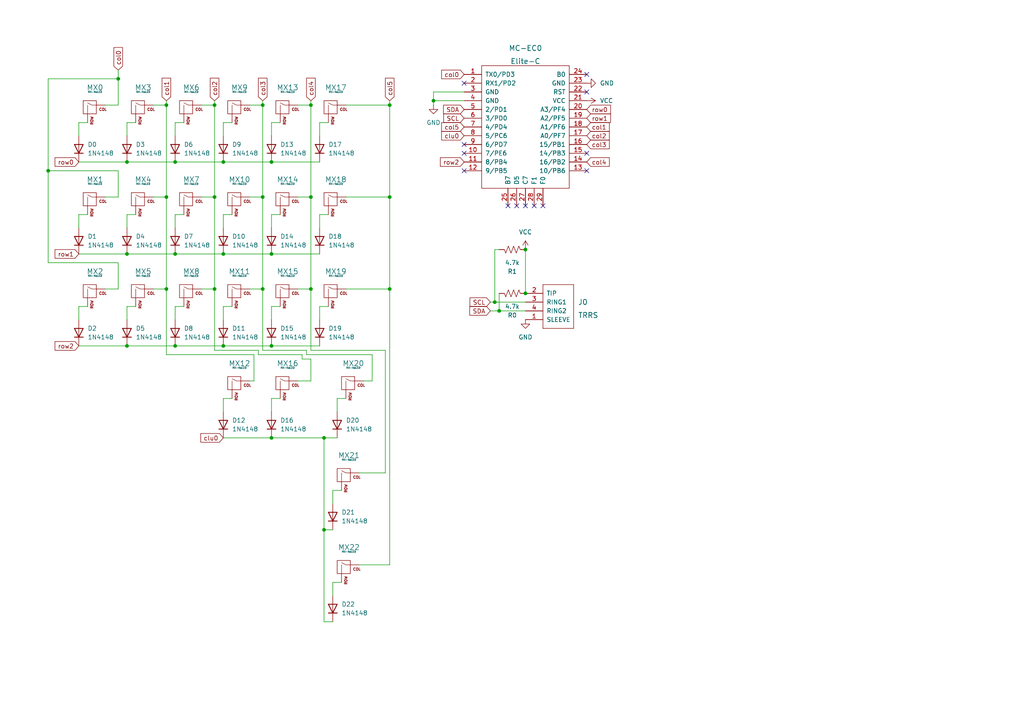
<source format=kicad_sch>
(kicad_sch (version 20211123) (generator eeschema)
  (paper "A4")
  (title_block (date "2022-05-15") (rev "0.0.1a") (comment 1 "Copyright Travis W Rigg") (comment 2 "Licensed under CERN-OHL-P v2 or later (https://cern.ch/cern-ohl)") (comment 3 "Repo: https://github.com/riggtravis/keybert"))
  (lib_symbols
    (symbol "Device:R_US" (pin_numbers hide) (pin_names (offset 0))
      (property "Reference" "R" (at 2.54 0 90))
      (property "Value" "R_US" (at -2.54 0 90))
      (symbol "R_US_0_1"
        (polyline (pts (xy 0 -2.286) (xy 0 -2.54)))
        (polyline (pts (xy 0 2.286) (xy 0 2.54)))
        (polyline (pts (xy 0 -0.762) (xy 1.016 -1.143) (xy 0 -1.524) (xy -1.016 -1.905) (xy 0 -2.286)))
        (polyline (pts (xy 0 0.762) (xy 1.016 0.381) (xy 0 0) (xy -1.016 -0.381) (xy 0 -0.762)))
        (polyline (pts (xy 0 2.286) (xy 1.016 1.905) (xy 0 1.524) (xy -1.016 1.143) (xy 0 0.762)))
      )
      (symbol "R_US_1_1"
        (pin passive line (at 0 3.81 270) (length 1.27) (name "~") (number "1"))
        (pin passive line (at 0 -3.81 90) (length 1.27) (name "~") (number "2"))
      )
    )
    (symbol "Diode:1N4148" (pin_numbers hide) (pin_names (offset 1.016) hide)
      (property "Reference" "D" (at 0 2.54 0))
      (property "Value" "1N4148" (at 0 -2.54 0))
      (symbol "1N4148_0_1"
        (polyline (pts (xy -1.27 1.27) (xy -1.27 -1.27)) (stroke (width 0.254)))
        (polyline (pts (xy 1.27 0) (xy -1.27 0)))
        (polyline (pts (xy 1.27 1.27) (xy 1.27 -1.27) (xy -1.27 0) (xy 1.27 1.27)) (stroke (width 0.254)))
      )
      (symbol "1N4148_1_1"
        (pin passive line (at -3.81 0 0) (length 2.54) (name "K") (number "1"))
        (pin passive line (at 3.81 0 180) (length 2.54) (name "A") (number "2"))
      )
    )
    (symbol "MX_Alps_Hybrid:MX-NoLED" (pin_names (offset 1.016))
      (property "Reference" "MX" (at -0.635 3.81 0))
      (property "Value" "MX-NoLED" (at -0.635 1.27 0))
      (symbol "MX-NoLED_0_0"
        (rectangle (start -2.54 2.54) (end 1.27 -1.27))
        (polyline (pts (xy -1.27 -1.27) (xy -1.27 1.27)) (stroke (width 0.127)))
        (polyline (pts (xy 1.27 1.27) (xy 0 1.27) (xy -1.27 1.905)) (stroke (width 0.127)))
        (text "COL" (at 3.175 0 0) (effects (font (size 0.762 0.762))))
        (text "ROW" (at 0 -1.905 900) (effects (font (size 0.762 0.762)) (justify right)))
      )
      (symbol "MX-NoLED_1_1"
        (pin passive line (at 3.81 1.27 180) (length 2.54) (name "COL") (number "1"))
        (pin passive line (at -1.27 -3.81 90) (length 2.54) (name "ROW") (number "2"))
      )
    )
    (symbol "keebio:Elite-C" (pin_names (offset 1.016))
      (property "Reference" "U" (at 0 0 0))
      (property "Value" "Elite-C" (at 0 2.54 0))
      (symbol "Elite-C_0_1"
        (rectangle (start 12.7 -19.05) (end -12.7 16.51))
      )
      (symbol "Elite-C_1_1"
        (pin input line (at -17.78 13.97 0) (length 5.08) (name "TX0/PD3") (number "1"))
        (pin input line (at -17.78 -8.89 0) (length 5.08) (name "7/PE6") (number "10"))
        (pin input line (at -17.78 -11.43 0) (length 5.08) (name "8/PB4") (number "11"))
        (pin input line (at -17.78 -13.97 0) (length 5.08) (name "9/PB5") (number "12"))
        (pin input line (at 17.78 -13.97 180) (length 5.08) (name "10/PB6") (number "13"))
        (pin input line (at 17.78 -11.43 180) (length 5.08) (name "16/PB2") (number "14"))
        (pin input line (at 17.78 -8.89 180) (length 5.08) (name "14/PB3") (number "15"))
        (pin input line (at 17.78 -6.35 180) (length 5.08) (name "15/PB1") (number "16"))
        (pin input line (at 17.78 -3.81 180) (length 5.08) (name "A0/PF7") (number "17"))
        (pin input line (at 17.78 -1.27 180) (length 5.08) (name "A1/PF6") (number "18"))
        (pin input line (at 17.78 1.27 180) (length 5.08) (name "A2/PF5") (number "19"))
        (pin input line (at -17.78 11.43 0) (length 5.08) (name "RX1/PD2") (number "2"))
        (pin input line (at 17.78 3.81 180) (length 5.08) (name "A3/PF4") (number "20"))
        (pin input line (at 17.78 6.35 180) (length 5.08) (name "VCC") (number "21"))
        (pin input line (at 17.78 8.89 180) (length 5.08) (name "RST") (number "22"))
        (pin input line (at 17.78 11.43 180) (length 5.08) (name "GND") (number "23"))
        (pin input line (at 17.78 13.97 180) (length 5.08) (name "B0") (number "24"))
        (pin input line (at -5.08 -24.13 90) (length 5.08) (name "B7") (number "25"))
        (pin input line (at -2.54 -24.13 90) (length 5.08) (name "D5") (number "26"))
        (pin input line (at 0 -24.13 90) (length 5.08) (name "C7") (number "27"))
        (pin input line (at 2.54 -24.13 90) (length 5.08) (name "F1") (number "28"))
        (pin input line (at 5.08 -24.13 90) (length 5.08) (name "F0") (number "29"))
        (pin input line (at -17.78 8.89 0) (length 5.08) (name "GND") (number "3"))
        (pin input line (at -17.78 6.35 0) (length 5.08) (name "GND") (number "4"))
        (pin input line (at -17.78 3.81 0) (length 5.08) (name "2/PD1") (number "5"))
        (pin input line (at -17.78 1.27 0) (length 5.08) (name "3/PD0") (number "6"))
        (pin input line (at -17.78 -1.27 0) (length 5.08) (name "4/PD4") (number "7"))
        (pin input line (at -17.78 -3.81 0) (length 5.08) (name "5/PC6") (number "8"))
        (pin input line (at -17.78 -6.35 0) (length 5.08) (name "6/PD7") (number "9"))
      )
    )
    (symbol "keebio:TRRS" (pin_names (offset 1.016))
      (property "Reference" "U" (at 0 15.24 0))
      (property "Value" "TRRS" (at 0 -2.54 0))
      (symbol "TRRS_0_1"
        (rectangle (start -3.81 0) (end -3.81 12.7))
        (rectangle (start -3.81 12.7) (end 5.08 12.7))
        (rectangle (start 5.08 0) (end -3.81 0))
        (rectangle (start 5.08 12.7) (end 5.08 0))
      )
      (symbol "TRRS_1_1"
        (pin input line (at -8.89 2.54 0) (length 5.08) (name "SLEEVE") (number "1"))
        (pin input line (at -8.89 10.16 0) (length 5.08) (name "TIP") (number "2"))
        (pin input line (at -8.89 7.62 0) (length 5.08) (name "RING1") (number "3"))
        (pin input line (at -8.89 5.08 0) (length 5.08) (name "RING2") (number "4"))
      )
    )
    (symbol "power:GND" (power) (pin_names (offset 0))
      (property "Value" "GND" (at 0 -3.81 0))
      (symbol "GND_0_1"
        (polyline (pts (xy 0 0) (xy 0 -1.27) (xy 1.27 -1.27) (xy 0 -2.54) (xy -1.27 -1.27) (xy 0 -1.27)))
      )
      (symbol "GND_1_1"
        (pin power_in line (at 0 0 270) (length 0) hide (name "GND") (number "1"))
      )
    )
    (symbol "power:VCC" (power) (pin_names (offset 0))
      (property "Value" "VCC" (at 0 3.81 0))
      (symbol "VCC_0_1"
        (polyline (pts (xy -0.762 1.27) (xy 0 2.54)))
        (polyline (pts (xy 0 0) (xy 0 2.54)))
        (polyline (pts (xy 0 2.54) (xy 0.762 1.27)))
      )
      (symbol "VCC_1_1"
        (pin power_in line (at 0 0 90) (length 0) hide (name "VCC") (number "1"))
      )
    )
  )
  (junction (at 76.2 30.48))
  (junction (at 62.23 83.82))
  (junction (at 48.26 57.15))
  (junction (at 78.74 46.99))
  (junction (at 78.74 127))
  (junction (at 125.73 29.21))
  (junction (at 36.83 46.99))
  (junction (at 76.2 57.15))
  (junction (at 152.4 85.09))
  (junction (at 144.78 90.17))
  (junction (at 48.26 83.82))
  (junction (at 36.83 100.33))
  (junction (at 90.17 83.82))
  (junction (at 90.17 57.15))
  (junction (at 64.77 46.99))
  (junction (at 36.83 73.66))
  (junction (at 50.8 46.99))
  (junction (at 93.98 127))
  (junction (at 90.17 30.48))
  (junction (at 50.8 100.33))
  (junction (at 48.26 30.48))
  (junction (at 13.97 49.53))
  (junction (at 93.98 153.67))
  (junction (at 78.74 73.66))
  (junction (at 76.2 83.82))
  (junction (at 152.4 72.39))
  (junction (at 50.8 73.66))
  (junction (at 64.77 73.66))
  (junction (at 113.03 57.15))
  (junction (at 62.23 30.48))
  (junction (at 34.29 22.86))
  (junction (at 113.03 30.48))
  (junction (at 143.51 87.63))
  (junction (at 64.77 100.33))
  (junction (at 113.03 83.82))
  (junction (at 62.23 57.15))
  (junction (at 78.74 100.33))
  (no_connect (at 134.62 41.91))
  (no_connect (at 134.62 44.45))
  (no_connect (at 157.48 59.69))
  (no_connect (at 134.62 24.13))
  (no_connect (at 134.62 49.53))
  (no_connect (at 149.86 59.69))
  (no_connect (at 154.94 59.69))
  (no_connect (at 147.32 59.69))
  (no_connect (at 152.4 59.69))
  (no_connect (at 170.18 26.67))
  (no_connect (at 170.18 21.59))
  (no_connect (at 170.18 44.45))
  (no_connect (at 170.18 49.53))
  (wire (pts (xy 64.77 88.9) (xy 64.77 92.71)))
  (wire (pts (xy 39.37 62.23) (xy 36.83 62.23)))
  (wire (pts (xy 53.34 88.9) (xy 50.8 88.9)))
  (wire (pts (xy 144.78 85.09) (xy 144.78 90.17)))
  (wire (pts (xy 50.8 88.9) (xy 50.8 92.71)))
  (wire (pts (xy 97.79 115.57) (xy 97.79 119.38)))
  (wire (pts (xy 50.8 62.23) (xy 50.8 66.04)))
  (wire (pts (xy 50.8 73.66) (xy 64.77 73.66)))
  (wire (pts (xy 13.97 22.86) (xy 13.97 49.53)))
  (wire (pts (xy 34.29 22.86) (xy 34.29 30.48)))
  (wire (pts (xy 134.62 29.21) (xy 125.73 29.21)))
  (wire (pts (xy 113.03 83.82) (xy 113.03 163.83)))
  (wire (pts (xy 88.9 102.87) (xy 88.9 101.6)))
  (wire (pts (xy 62.23 29.21) (xy 62.23 30.48)))
  (wire (pts (xy 62.23 57.15) (xy 62.23 83.82)))
  (wire (pts (xy 72.39 110.49) (xy 73.66 110.49)))
  (wire (pts (xy 81.28 35.56) (xy 78.74 35.56)))
  (wire (pts (xy 78.74 115.57) (xy 78.74 119.38)))
  (wire (pts (xy 78.74 62.23) (xy 78.74 66.04)))
  (wire (pts (xy 36.83 35.56) (xy 36.83 39.37)))
  (wire (pts (xy 92.71 62.23) (xy 92.71 66.04)))
  (wire (pts (xy 72.39 30.48) (xy 76.2 30.48)))
  (wire (pts (xy 22.86 73.66) (xy 36.83 73.66)))
  (wire (pts (xy 78.74 35.56) (xy 78.74 39.37)))
  (wire (pts (xy 86.36 30.48) (xy 90.17 30.48)))
  (wire (pts (xy 67.31 62.23) (xy 64.77 62.23)))
  (wire (pts (xy 36.83 100.33) (xy 50.8 100.33)))
  (wire (pts (xy 144.78 90.17) (xy 152.4 90.17)))
  (wire (pts (xy 64.77 46.99) (xy 78.74 46.99)))
  (wire (pts (xy 64.77 62.23) (xy 64.77 66.04)))
  (wire (pts (xy 86.36 110.49) (xy 90.17 110.49)))
  (wire (pts (xy 22.86 46.99) (xy 36.83 46.99)))
  (wire (pts (xy 125.73 26.67) (xy 125.73 29.21)))
  (wire (pts (xy 111.76 137.16) (xy 111.76 101.6)))
  (wire (pts (xy 81.28 115.57) (xy 78.74 115.57)))
  (wire (pts (xy 48.26 57.15) (xy 48.26 83.82)))
  (wire (pts (xy 143.51 87.63) (xy 152.4 87.63)))
  (wire (pts (xy 48.26 83.82) (xy 44.45 83.82)))
  (wire (pts (xy 95.25 35.56) (xy 92.71 35.56)))
  (wire (pts (xy 96.52 168.91) (xy 96.52 172.72)))
  (wire (pts (xy 76.2 57.15) (xy 76.2 83.82)))
  (wire (pts (xy 99.06 168.91) (xy 96.52 168.91)))
  (wire (pts (xy 90.17 30.48) (xy 90.17 57.15)))
  (wire (pts (xy 67.31 115.57) (xy 64.77 115.57)))
  (wire (pts (xy 100.33 57.15) (xy 113.03 57.15)))
  (wire (pts (xy 78.74 88.9) (xy 78.74 92.71)))
  (wire (pts (xy 72.39 57.15) (xy 76.2 57.15)))
  (wire (pts (xy 62.23 101.6) (xy 62.23 83.82)))
  (wire (pts (xy 36.83 88.9) (xy 36.83 92.71)))
  (wire (pts (xy 44.45 30.48) (xy 48.26 30.48)))
  (wire (pts (xy 104.14 163.83) (xy 113.03 163.83)))
  (wire (pts (xy 144.78 72.39) (xy 143.51 72.39)))
  (wire (pts (xy 34.29 22.86) (xy 13.97 22.86)))
  (wire (pts (xy 105.41 110.49) (xy 107.95 110.49)))
  (wire (pts (xy 39.37 88.9) (xy 36.83 88.9)))
  (wire (pts (xy 25.4 62.23) (xy 22.86 62.23)))
  (wire (pts (xy 22.86 35.56) (xy 22.86 39.37)))
  (wire (pts (xy 58.42 57.15) (xy 62.23 57.15)))
  (wire (pts (xy 48.26 29.21) (xy 48.26 30.48)))
  (wire (pts (xy 81.28 62.23) (xy 78.74 62.23)))
  (wire (pts (xy 50.8 46.99) (xy 64.77 46.99)))
  (wire (pts (xy 67.31 88.9) (xy 64.77 88.9)))
  (wire (pts (xy 13.97 49.53) (xy 34.29 49.53)))
  (wire (pts (xy 36.83 73.66) (xy 50.8 73.66)))
  (wire (pts (xy 90.17 104.14) (xy 87.63 104.14)))
  (wire (pts (xy 76.2 101.6) (xy 76.2 83.82)))
  (wire (pts (xy 48.26 30.48) (xy 48.26 57.15)))
  (wire (pts (xy 104.14 137.16) (xy 111.76 137.16)))
  (wire (pts (xy 74.93 101.6) (xy 62.23 101.6)))
  (wire (pts (xy 88.9 101.6) (xy 76.2 101.6)))
  (wire (pts (xy 113.03 57.15) (xy 113.03 83.82)))
  (wire (pts (xy 50.8 35.56) (xy 50.8 39.37)))
  (wire (pts (xy 78.74 46.99) (xy 92.71 46.99)))
  (wire (pts (xy 30.48 30.48) (xy 34.29 30.48)))
  (wire (pts (xy 78.74 73.66) (xy 92.71 73.66)))
  (wire (pts (xy 76.2 29.21) (xy 76.2 30.48)))
  (wire (pts (xy 34.29 76.2) (xy 34.29 83.82)))
  (wire (pts (xy 86.36 83.82) (xy 90.17 83.82)))
  (wire (pts (xy 58.42 30.48) (xy 62.23 30.48)))
  (wire (pts (xy 95.25 88.9) (xy 92.71 88.9)))
  (wire (pts (xy 100.33 83.82) (xy 113.03 83.82)))
  (wire (pts (xy 152.4 72.39) (xy 152.4 85.09)))
  (wire (pts (xy 100.33 115.57) (xy 97.79 115.57)))
  (wire (pts (xy 62.23 30.48) (xy 62.23 57.15)))
  (wire (pts (xy 36.83 46.99) (xy 50.8 46.99)))
  (wire (pts (xy 64.77 127) (xy 78.74 127)))
  (wire (pts (xy 90.17 57.15) (xy 90.17 83.82)))
  (wire (pts (xy 90.17 101.6) (xy 90.17 83.82)))
  (wire (pts (xy 113.03 30.48) (xy 113.03 57.15)))
  (wire (pts (xy 34.29 49.53) (xy 34.29 57.15)))
  (wire (pts (xy 67.31 35.56) (xy 64.77 35.56)))
  (wire (pts (xy 107.95 110.49) (xy 107.95 102.87)))
  (wire (pts (xy 100.33 30.48) (xy 113.03 30.48)))
  (wire (pts (xy 50.8 100.33) (xy 64.77 100.33)))
  (wire (pts (xy 111.76 101.6) (xy 90.17 101.6)))
  (wire (pts (xy 76.2 30.48) (xy 76.2 57.15)))
  (wire (pts (xy 92.71 35.56) (xy 92.71 39.37)))
  (wire (pts (xy 36.83 62.23) (xy 36.83 66.04)))
  (wire (pts (xy 107.95 102.87) (xy 88.9 102.87)))
  (wire (pts (xy 44.45 57.15) (xy 48.26 57.15)))
  (wire (pts (xy 25.4 35.56) (xy 22.86 35.56)))
  (wire (pts (xy 93.98 180.34) (xy 93.98 153.67)))
  (wire (pts (xy 93.98 153.67) (xy 93.98 127)))
  (wire (pts (xy 73.66 102.87) (xy 48.26 102.87)))
  (wire (pts (xy 90.17 29.21) (xy 90.17 30.48)))
  (wire (pts (xy 99.06 142.24) (xy 96.52 142.24)))
  (wire (pts (xy 125.73 29.21) (xy 125.73 30.48)))
  (wire (pts (xy 78.74 100.33) (xy 92.71 100.33)))
  (wire (pts (xy 64.77 115.57) (xy 64.77 119.38)))
  (wire (pts (xy 64.77 73.66) (xy 78.74 73.66)))
  (wire (pts (xy 93.98 153.67) (xy 96.52 153.67)))
  (wire (pts (xy 22.86 62.23) (xy 22.86 66.04)))
  (wire (pts (xy 73.66 110.49) (xy 73.66 102.87)))
  (wire (pts (xy 64.77 35.56) (xy 64.77 39.37)))
  (wire (pts (xy 142.24 90.17) (xy 144.78 90.17)))
  (wire (pts (xy 113.03 29.21) (xy 113.03 30.48)))
  (wire (pts (xy 39.37 35.56) (xy 36.83 35.56)))
  (wire (pts (xy 87.63 102.87) (xy 74.93 102.87)))
  (wire (pts (xy 22.86 100.33) (xy 36.83 100.33)))
  (wire (pts (xy 74.93 102.87) (xy 74.93 101.6)))
  (wire (pts (xy 76.2 83.82) (xy 72.39 83.82)))
  (wire (pts (xy 62.23 83.82) (xy 58.42 83.82)))
  (wire (pts (xy 25.4 88.9) (xy 22.86 88.9)))
  (wire (pts (xy 22.86 88.9) (xy 22.86 92.71)))
  (wire (pts (xy 13.97 49.53) (xy 13.97 76.2)))
  (wire (pts (xy 53.34 62.23) (xy 50.8 62.23)))
  (wire (pts (xy 92.71 88.9) (xy 92.71 92.71)))
  (wire (pts (xy 93.98 127) (xy 97.79 127)))
  (wire (pts (xy 96.52 180.34) (xy 93.98 180.34)))
  (wire (pts (xy 34.29 83.82) (xy 30.48 83.82)))
  (wire (pts (xy 95.25 62.23) (xy 92.71 62.23)))
  (wire (pts (xy 34.29 20.32) (xy 34.29 22.86)))
  (wire (pts (xy 13.97 76.2) (xy 34.29 76.2)))
  (wire (pts (xy 86.36 57.15) (xy 90.17 57.15)))
  (wire (pts (xy 81.28 88.9) (xy 78.74 88.9)))
  (wire (pts (xy 142.24 87.63) (xy 143.51 87.63)))
  (wire (pts (xy 90.17 110.49) (xy 90.17 104.14)))
  (wire (pts (xy 143.51 72.39) (xy 143.51 87.63)))
  (wire (pts (xy 30.48 57.15) (xy 34.29 57.15)))
  (wire (pts (xy 96.52 142.24) (xy 96.52 146.05)))
  (wire (pts (xy 134.62 26.67) (xy 125.73 26.67)))
  (wire (pts (xy 53.34 35.56) (xy 50.8 35.56)))
  (wire (pts (xy 78.74 127) (xy 93.98 127)))
  (wire (pts (xy 48.26 102.87) (xy 48.26 83.82)))
  (wire (pts (xy 64.77 100.33) (xy 78.74 100.33)))
  (wire (pts (xy 87.63 104.14) (xy 87.63 102.87)))
  (global_label "col0" (shape input) (at 134.62 21.59 180) (property "Intersheet References" "${INTERSHEET_REFS}" (effects hide)))
  (global_label "col5" (shape input) (at 134.62 36.83 180) (property "Intersheet References" "${INTERSHEET_REFS}" (effects hide)))
  (global_label "SDA" (shape input) (at 142.24 90.17 180) (property "Intersheet References" "${INTERSHEET_REFS}" (effects hide)))
  (global_label "row1" (shape input) (at 22.86 73.66 180) (property "Intersheet References" "${INTERSHEET_REFS}" (effects hide)))
  (global_label "col1" (shape input) (at 170.18 36.83 0) (property "Intersheet References" "${INTERSHEET_REFS}" (effects hide)))
  (global_label "col3" (shape input) (at 170.18 41.91 0) (property "Intersheet References" "${INTERSHEET_REFS}" (effects hide)))
  (global_label "row1" (shape input) (at 170.18 34.29 0) (property "Intersheet References" "${INTERSHEET_REFS}" (effects hide)))
  (global_label "SCL" (shape input) (at 134.62 34.29 180) (property "Intersheet References" "${INTERSHEET_REFS}" (effects hide)))
  (global_label "col0" (shape input) (at 34.29 20.32 90) (property "Intersheet References" "${INTERSHEET_REFS}" (effects hide)))
  (global_label "row2" (shape input) (at 134.62 46.99 180) (property "Intersheet References" "${INTERSHEET_REFS}" (effects hide)))
  (global_label "row0" (shape input) (at 170.18 31.75 0) (property "Intersheet References" "${INTERSHEET_REFS}" (effects hide)))
  (global_label "col2" (shape input) (at 170.18 39.37 0) (property "Intersheet References" "${INTERSHEET_REFS}" (effects hide)))
  (global_label "col5" (shape input) (at 113.03 29.21 90) (property "Intersheet References" "${INTERSHEET_REFS}" (effects hide)))
  (global_label "SCL" (shape input) (at 142.24 87.63 180) (property "Intersheet References" "${INTERSHEET_REFS}" (effects hide)))
  (global_label "col4" (shape input) (at 90.17 29.21 90) (property "Intersheet References" "${INTERSHEET_REFS}" (effects hide)))
  (global_label "row0" (shape input) (at 22.86 46.99 180) (property "Intersheet References" "${INTERSHEET_REFS}" (effects hide)))
  (global_label "row2" (shape input) (at 22.86 100.33 180) (property "Intersheet References" "${INTERSHEET_REFS}" (effects hide)))
  (global_label "SDA" (shape input) (at 134.62 31.75 180) (property "Intersheet References" "${INTERSHEET_REFS}" (effects hide)))
  (global_label "clu0" (shape input) (at 134.62 39.37 180) (property "Intersheet References" "${INTERSHEET_REFS}" (effects hide)))
  (global_label "col1" (shape input) (at 48.26 29.21 90) (property "Intersheet References" "${INTERSHEET_REFS}" (effects hide)))
  (global_label "col3" (shape input) (at 76.2 29.21 90) (property "Intersheet References" "${INTERSHEET_REFS}" (effects hide)))
  (global_label "col2" (shape input) (at 62.23 29.21 90) (property "Intersheet References" "${INTERSHEET_REFS}" (effects hide)))
  (global_label "clu0" (shape input) (at 64.77 127 180) (property "Intersheet References" "${INTERSHEET_REFS}" (effects hide)))
  (global_label "col4" (shape input) (at 170.18 46.99 0) (property "Intersheet References" "${INTERSHEET_REFS}" (effects hide)))
  (symbol (lib_id "keebio:Elite-C") (at 152.4 35.56 0) (unit 1)
    (property "Reference" "MC-EC0" (at 152.4 13.97 0) (effects (font (size 1.524 1.524))))
    (property "Value" "Elite-C" (at 152.4 17.78 0) (effects (font (size 1.524 1.524))))
    (property "Footprint" "Keebio-Parts:Elite-C-castellated-29pin-holes" (effects hide))
  )
  (symbol (lib_id "Diode:1N4148") (at 92.71 43.18 90) (unit 1)
    (property "Reference" "D17" (at 95.25 41.9099 90) (effects (justify right)))
    (property "Value" "1N4148" (at 95.25 44.4499 90) (effects (justify right)))
    (property "Footprint" "Keebio-Parts:Diode-dual" (effects hide))
    (property "Datasheet" "https://assets.nexperia.com/documents/data-sheet/1N4148_1N4448.pdf" (effects hide))
  )
  (symbol (lib_id "MX_Alps_Hybrid:MX-NoLED") (at 40.64 31.75 0) (unit 1)
    (property "Reference" "MX3" (at 41.5256 25.4 0) (effects (font (size 1.524 1.524))))
    (property "Value" "MX-NoLED" (at 41.5256 26.67 0) (effects (font (size 0.508 0.508))))
    (property "Footprint" "keyswitches:SW_MX_reversible" (effects hide))
  )
  (symbol (lib_id "MX_Alps_Hybrid:MX-NoLED") (at 40.64 85.09 0) (unit 1)
    (property "Reference" "MX5" (at 41.5256 78.74 0) (effects (font (size 1.524 1.524))))
    (property "Value" "MX-NoLED" (at 41.5256 80.01 0) (effects (font (size 0.508 0.508))))
    (property "Footprint" "keyswitches:SW_MX_reversible" (effects hide))
  )
  (symbol (lib_id "Diode:1N4148") (at 64.77 96.52 90) (unit 1)
    (property "Reference" "D11" (at 67.31 95.2499 90) (effects (justify right)))
    (property "Value" "1N4148" (at 67.31 97.7899 90) (effects (justify right)))
    (property "Footprint" "Keebio-Parts:Diode-dual" (effects hide))
    (property "Datasheet" "https://assets.nexperia.com/documents/data-sheet/1N4148_1N4448.pdf" (effects hide))
  )
  (symbol (lib_id "Diode:1N4148") (at 97.79 123.19 90) (unit 1)
    (property "Reference" "D20" (at 100.33 121.9199 90) (effects (justify right)))
    (property "Value" "1N4148" (at 100.33 124.4599 90) (effects (justify right)))
    (property "Footprint" "Keebio-Parts:Diode-dual" (effects hide))
    (property "Datasheet" "https://assets.nexperia.com/documents/data-sheet/1N4148_1N4448.pdf" (effects hide))
  )
  (symbol (lib_id "MX_Alps_Hybrid:MX-NoLED") (at 82.55 85.09 0) (unit 1)
    (property "Reference" "MX15" (at 83.4356 78.74 0) (effects (font (size 1.524 1.524))))
    (property "Value" "MX-NoLED" (at 83.4356 80.01 0) (effects (font (size 0.508 0.508))))
    (property "Footprint" "keyswitches:SW_MX_reversible" (effects hide))
  )
  (symbol (lib_id "Device:R_US") (at 148.59 72.39 90) (mirror x) (unit 1)
    (property "Reference" "R1" (at 148.59 78.74 90))
    (property "Value" "4.7k" (at 148.59 76.2 90))
    (property "Footprint" "Resistor_THT:R_Axial_DIN0207_L6.3mm_D2.5mm_P15.24mm_Horizontal" (effects hide))
  )
  (symbol (lib_id "MX_Alps_Hybrid:MX-NoLED") (at 54.61 85.09 0) (unit 1)
    (property "Reference" "MX8" (at 55.4956 78.74 0) (effects (font (size 1.524 1.524))))
    (property "Value" "MX-NoLED" (at 55.4956 80.01 0) (effects (font (size 0.508 0.508))))
    (property "Footprint" "keyswitches:SW_MX_reversible" (effects hide))
  )
  (symbol (lib_id "Diode:1N4148") (at 78.74 43.18 90) (unit 1)
    (property "Reference" "D13" (at 81.28 41.9099 90) (effects (justify right)))
    (property "Value" "1N4148" (at 81.28 44.4499 90) (effects (justify right)))
    (property "Footprint" "Keebio-Parts:Diode-dual" (effects hide))
    (property "Datasheet" "https://assets.nexperia.com/documents/data-sheet/1N4148_1N4448.pdf" (effects hide))
  )
  (symbol (lib_id "MX_Alps_Hybrid:MX-NoLED") (at 100.33 165.1 0) (unit 1)
    (property "Reference" "MX22" (at 101.2156 158.75 0) (effects (font (size 1.524 1.524))))
    (property "Value" "MX-NoLED" (at 101.2156 160.02 0) (effects (font (size 0.508 0.508))))
    (property "Footprint" "keyswitches:SW_MX_reversible" (effects hide))
  )
  (symbol (lib_id "Diode:1N4148") (at 36.83 69.85 90) (unit 1)
    (property "Reference" "D4" (at 39.37 68.5799 90) (effects (justify right)))
    (property "Value" "1N4148" (at 39.37 71.1199 90) (effects (justify right)))
    (property "Footprint" "Keebio-Parts:Diode-dual" (effects hide))
    (property "Datasheet" "https://assets.nexperia.com/documents/data-sheet/1N4148_1N4448.pdf" (effects hide))
  )
  (symbol (lib_id "power:VCC") (at 170.18 29.21 270) (mirror x) (unit 1)
    (property "Reference" "#PWR0101" (effects hide))
    (property "Value" "VCC" (at 173.99 29.2099 90) (effects (justify left)))
  )
  (symbol (lib_id "MX_Alps_Hybrid:MX-NoLED") (at 40.64 58.42 0) (unit 1)
    (property "Reference" "MX4" (at 41.5256 52.07 0) (effects (font (size 1.524 1.524))))
    (property "Value" "MX-NoLED" (at 41.5256 53.34 0) (effects (font (size 0.508 0.508))))
    (property "Footprint" "keyswitches:SW_MX_reversible" (effects hide))
  )
  (symbol (lib_id "MX_Alps_Hybrid:MX-NoLED") (at 82.55 31.75 0) (unit 1)
    (property "Reference" "MX13" (at 83.4356 25.4 0) (effects (font (size 1.524 1.524))))
    (property "Value" "MX-NoLED" (at 83.4356 26.67 0) (effects (font (size 0.508 0.508))))
    (property "Footprint" "keyswitches:SW_MX_reversible" (effects hide))
  )
  (symbol (lib_id "MX_Alps_Hybrid:MX-NoLED") (at 54.61 31.75 0) (unit 1)
    (property "Reference" "MX6" (at 55.4956 25.4 0) (effects (font (size 1.524 1.524))))
    (property "Value" "MX-NoLED" (at 55.4956 26.67 0) (effects (font (size 0.508 0.508))))
    (property "Footprint" "keyswitches:SW_MX_reversible" (effects hide))
  )
  (symbol (lib_id "Diode:1N4148") (at 50.8 96.52 90) (unit 1)
    (property "Reference" "D8" (at 53.34 95.2499 90) (effects (justify right)))
    (property "Value" "1N4148" (at 53.34 97.7899 90) (effects (justify right)))
    (property "Footprint" "Keebio-Parts:Diode-dual" (effects hide))
    (property "Datasheet" "https://assets.nexperia.com/documents/data-sheet/1N4148_1N4448.pdf" (effects hide))
  )
  (symbol (lib_id "MX_Alps_Hybrid:MX-NoLED") (at 26.67 85.09 0) (unit 1)
    (property "Reference" "MX2" (at 27.5556 78.74 0) (effects (font (size 1.524 1.524))))
    (property "Value" "MX-NoLED" (at 27.5556 80.01 0) (effects (font (size 0.508 0.508))))
    (property "Footprint" "keyswitches:SW_MX_reversible" (effects hide))
  )
  (symbol (lib_id "Diode:1N4148") (at 78.74 123.19 90) (unit 1)
    (property "Reference" "D16" (at 81.28 121.9199 90) (effects (justify right)))
    (property "Value" "1N4148" (at 81.28 124.4599 90) (effects (justify right)))
    (property "Footprint" "Keebio-Parts:Diode-dual" (effects hide))
    (property "Datasheet" "https://assets.nexperia.com/documents/data-sheet/1N4148_1N4448.pdf" (effects hide))
  )
  (symbol (lib_id "Device:R_US") (at 148.59 85.09 90) (mirror x) (unit 1)
    (property "Reference" "R0" (at 148.59 91.44 90))
    (property "Value" "4.7k" (at 148.59 88.9 90))
    (property "Footprint" "Resistor_THT:R_Axial_DIN0207_L6.3mm_D2.5mm_P15.24mm_Horizontal" (effects hide))
  )
  (symbol (lib_id "power:GND") (at 125.73 30.48 0) (unit 1)
    (property "Reference" "#PWR0104" (effects hide))
    (property "Value" "GND" (at 125.73 35.56 0))
  )
  (symbol (lib_id "Diode:1N4148") (at 78.74 69.85 90) (unit 1)
    (property "Reference" "D14" (at 81.28 68.5799 90) (effects (justify right)))
    (property "Value" "1N4148" (at 81.28 71.1199 90) (effects (justify right)))
    (property "Footprint" "Keebio-Parts:Diode-dual" (effects hide))
    (property "Datasheet" "https://assets.nexperia.com/documents/data-sheet/1N4148_1N4448.pdf" (effects hide))
  )
  (symbol (lib_id "Diode:1N4148") (at 22.86 43.18 90) (unit 1)
    (property "Reference" "D0" (at 25.4 41.9099 90) (effects (justify right)))
    (property "Value" "1N4148" (at 25.4 44.4499 90) (effects (justify right)))
    (property "Footprint" "Keebio-Parts:Diode-dual" (effects hide))
    (property "Datasheet" "https://assets.nexperia.com/documents/data-sheet/1N4148_1N4448.pdf" (effects hide))
  )
  (symbol (lib_id "MX_Alps_Hybrid:MX-NoLED") (at 96.52 31.75 0) (unit 1)
    (property "Reference" "MX17" (at 97.4056 25.4 0) (effects (font (size 1.524 1.524))))
    (property "Value" "MX-NoLED" (at 97.4056 26.67 0) (effects (font (size 0.508 0.508))))
    (property "Footprint" "keyswitches:SW_MX_reversible" (effects hide))
  )
  (symbol (lib_id "Diode:1N4148") (at 92.71 96.52 90) (unit 1)
    (property "Reference" "D19" (at 95.25 95.2499 90) (effects (justify right)))
    (property "Value" "1N4148" (at 95.25 97.7899 90) (effects (justify right)))
    (property "Footprint" "Keebio-Parts:Diode-dual" (effects hide))
    (property "Datasheet" "https://assets.nexperia.com/documents/data-sheet/1N4148_1N4448.pdf" (effects hide))
  )
  (symbol (lib_id "Diode:1N4148") (at 50.8 69.85 90) (unit 1)
    (property "Reference" "D7" (at 53.34 68.5799 90) (effects (justify right)))
    (property "Value" "1N4148" (at 53.34 71.1199 90) (effects (justify right)))
    (property "Footprint" "Keebio-Parts:Diode-dual" (effects hide))
    (property "Datasheet" "https://assets.nexperia.com/documents/data-sheet/1N4148_1N4448.pdf" (effects hide))
  )
  (symbol (lib_id "Diode:1N4148") (at 22.86 69.85 90) (unit 1)
    (property "Reference" "D1" (at 25.4 68.5799 90) (effects (justify right)))
    (property "Value" "1N4148" (at 25.4 71.1199 90) (effects (justify right)))
    (property "Footprint" "Keebio-Parts:Diode-dual" (effects hide))
    (property "Datasheet" "https://assets.nexperia.com/documents/data-sheet/1N4148_1N4448.pdf" (effects hide))
  )
  (symbol (lib_id "Diode:1N4148") (at 78.74 96.52 90) (unit 1)
    (property "Reference" "D15" (at 81.28 95.2499 90) (effects (justify right)))
    (property "Value" "1N4148" (at 81.28 97.7899 90) (effects (justify right)))
    (property "Footprint" "Keebio-Parts:Diode-dual" (effects hide))
    (property "Datasheet" "https://assets.nexperia.com/documents/data-sheet/1N4148_1N4448.pdf" (effects hide))
  )
  (symbol (lib_id "MX_Alps_Hybrid:MX-NoLED") (at 100.33 138.43 0) (unit 1)
    (property "Reference" "MX21" (at 101.2156 132.08 0) (effects (font (size 1.524 1.524))))
    (property "Value" "MX-NoLED" (at 101.2156 133.35 0) (effects (font (size 0.508 0.508))))
    (property "Footprint" "keyswitches:SW_MX_reversible" (effects hide))
  )
  (symbol (lib_id "MX_Alps_Hybrid:MX-NoLED") (at 26.67 58.42 0) (unit 1)
    (property "Reference" "MX1" (at 27.5556 52.07 0) (effects (font (size 1.524 1.524))))
    (property "Value" "MX-NoLED" (at 27.5556 53.34 0) (effects (font (size 0.508 0.508))))
    (property "Footprint" "keyswitches:SW_MX_reversible" (effects hide))
  )
  (symbol (lib_id "MX_Alps_Hybrid:MX-NoLED") (at 82.55 58.42 0) (unit 1)
    (property "Reference" "MX14" (at 83.4356 52.07 0) (effects (font (size 1.524 1.524))))
    (property "Value" "MX-NoLED" (at 83.4356 53.34 0) (effects (font (size 0.508 0.508))))
    (property "Footprint" "keyswitches:SW_MX_reversible" (effects hide))
  )
  (symbol (lib_id "Diode:1N4148") (at 50.8 43.18 90) (unit 1)
    (property "Reference" "D6" (at 53.34 41.9099 90) (effects (justify right)))
    (property "Value" "1N4148" (at 53.34 44.4499 90) (effects (justify right)))
    (property "Footprint" "Keebio-Parts:Diode-dual" (effects hide))
    (property "Datasheet" "https://assets.nexperia.com/documents/data-sheet/1N4148_1N4448.pdf" (effects hide))
  )
  (symbol (lib_id "power:VCC") (at 152.4 72.39 0) (unit 1)
    (property "Reference" "#PWR0105" (effects hide))
    (property "Value" "VCC" (at 152.4 67.31 0))
  )
  (symbol (lib_id "MX_Alps_Hybrid:MX-NoLED") (at 68.58 85.09 0) (unit 1)
    (property "Reference" "MX11" (at 69.4656 78.74 0) (effects (font (size 1.524 1.524))))
    (property "Value" "MX-NoLED" (at 69.4656 80.01 0) (effects (font (size 0.508 0.508))))
    (property "Footprint" "keyswitches:SW_MX_reversible" (effects hide))
  )
  (symbol (lib_id "Diode:1N4148") (at 36.83 96.52 90) (unit 1)
    (property "Reference" "D5" (at 39.37 95.2499 90) (effects (justify right)))
    (property "Value" "1N4148" (at 39.37 97.7899 90) (effects (justify right)))
    (property "Footprint" "Keebio-Parts:Diode-dual" (effects hide))
    (property "Datasheet" "https://assets.nexperia.com/documents/data-sheet/1N4148_1N4448.pdf" (effects hide))
  )
  (symbol (lib_id "keebio:TRRS") (at 161.29 95.25 0) (unit 1)
    (property "Reference" "J0" (at 167.64 87.63 0) (effects (font (size 1.524 1.524)) (justify left)))
    (property "Value" "TRRS" (at 167.64 91.44 0) (effects (font (size 1.524 1.524)) (justify left)))
    (property "Footprint" "Keebio-Parts:TRRS-PJ-320A-dual" (effects hide))
  )
  (symbol (lib_id "MX_Alps_Hybrid:MX-NoLED") (at 68.58 31.75 0) (unit 1)
    (property "Reference" "MX9" (at 69.4656 25.4 0) (effects (font (size 1.524 1.524))))
    (property "Value" "MX-NoLED" (at 69.4656 26.67 0) (effects (font (size 0.508 0.508))))
    (property "Footprint" "keyswitches:SW_MX_reversible" (effects hide))
  )
  (symbol (lib_id "Diode:1N4148") (at 92.71 69.85 90) (unit 1)
    (property "Reference" "D18" (at 95.25 68.5799 90) (effects (justify right)))
    (property "Value" "1N4148" (at 95.25 71.1199 90) (effects (justify right)))
    (property "Footprint" "Keebio-Parts:Diode-dual" (effects hide))
    (property "Datasheet" "https://assets.nexperia.com/documents/data-sheet/1N4148_1N4448.pdf" (effects hide))
  )
  (symbol (lib_id "Diode:1N4148") (at 64.77 43.18 90) (unit 1)
    (property "Reference" "D9" (at 67.31 41.9099 90) (effects (justify right)))
    (property "Value" "1N4148" (at 67.31 44.4499 90) (effects (justify right)))
    (property "Footprint" "Keebio-Parts:Diode-dual" (effects hide))
    (property "Datasheet" "https://assets.nexperia.com/documents/data-sheet/1N4148_1N4448.pdf" (effects hide))
  )
  (symbol (lib_id "MX_Alps_Hybrid:MX-NoLED") (at 82.55 111.76 0) (unit 1)
    (property "Reference" "MX16" (at 83.4356 105.41 0) (effects (font (size 1.524 1.524))))
    (property "Value" "MX-NoLED" (at 83.4356 106.68 0) (effects (font (size 0.508 0.508))))
    (property "Footprint" "keyswitches:SW_MX_reversible" (effects hide))
  )
  (symbol (lib_id "Diode:1N4148") (at 64.77 123.19 90) (unit 1)
    (property "Reference" "D12" (at 67.31 121.9199 90) (effects (justify right)))
    (property "Value" "1N4148" (at 67.31 124.4599 90) (effects (justify right)))
    (property "Footprint" "Keebio-Parts:Diode-dual" (effects hide))
    (property "Datasheet" "https://assets.nexperia.com/documents/data-sheet/1N4148_1N4448.pdf" (effects hide))
  )
  (symbol (lib_id "Diode:1N4148") (at 64.77 69.85 90) (unit 1)
    (property "Reference" "D10" (at 67.31 68.5799 90) (effects (justify right)))
    (property "Value" "1N4148" (at 67.31 71.1199 90) (effects (justify right)))
    (property "Footprint" "Keebio-Parts:Diode-dual" (effects hide))
    (property "Datasheet" "https://assets.nexperia.com/documents/data-sheet/1N4148_1N4448.pdf" (effects hide))
  )
  (symbol (lib_id "MX_Alps_Hybrid:MX-NoLED") (at 54.61 58.42 0) (unit 1)
    (property "Reference" "MX7" (at 55.4956 52.07 0) (effects (font (size 1.524 1.524))))
    (property "Value" "MX-NoLED" (at 55.4956 53.34 0) (effects (font (size 0.508 0.508))))
    (property "Footprint" "keyswitches:SW_MX_reversible" (effects hide))
  )
  (symbol (lib_id "Diode:1N4148") (at 22.86 96.52 90) (unit 1)
    (property "Reference" "D2" (at 25.4 95.2499 90) (effects (justify right)))
    (property "Value" "1N4148" (at 25.4 97.7899 90) (effects (justify right)))
    (property "Footprint" "Keebio-Parts:Diode-dual" (effects hide))
    (property "Datasheet" "https://assets.nexperia.com/documents/data-sheet/1N4148_1N4448.pdf" (effects hide))
  )
  (symbol (lib_id "MX_Alps_Hybrid:MX-NoLED") (at 68.58 111.76 0) (unit 1)
    (property "Reference" "MX12" (at 69.4656 105.41 0) (effects (font (size 1.524 1.524))))
    (property "Value" "MX-NoLED" (at 69.4656 106.68 0) (effects (font (size 0.508 0.508))))
    (property "Footprint" "keyswitches:SW_MX_reversible" (effects hide))
  )
  (symbol (lib_id "power:GND") (at 170.18 24.13 90) (unit 1)
    (property "Reference" "#PWR0102" (effects hide))
    (property "Value" "GND" (at 173.99 24.1299 90) (effects (justify right)))
  )
  (symbol (lib_id "power:GND") (at 152.4 92.71 0) (unit 1)
    (property "Reference" "#PWR0103" (effects hide))
    (property "Value" "GND" (at 152.4 97.79 0))
  )
  (symbol (lib_id "Diode:1N4148") (at 36.83 43.18 90) (unit 1)
    (property "Reference" "D3" (at 39.37 41.9099 90) (effects (justify right)))
    (property "Value" "1N4148" (at 39.37 44.4499 90) (effects (justify right)))
    (property "Footprint" "Keebio-Parts:Diode-dual" (effects hide))
    (property "Datasheet" "https://assets.nexperia.com/documents/data-sheet/1N4148_1N4448.pdf" (effects hide))
  )
  (symbol (lib_id "MX_Alps_Hybrid:MX-NoLED") (at 96.52 85.09 0) (unit 1)
    (property "Reference" "MX19" (at 97.4056 78.74 0) (effects (font (size 1.524 1.524))))
    (property "Value" "MX-NoLED" (at 97.4056 80.01 0) (effects (font (size 0.508 0.508))))
    (property "Footprint" "keyswitches:SW_MX_reversible" (effects hide))
  )
  (symbol (lib_id "Diode:1N4148") (at 96.52 149.86 90) (unit 1)
    (property "Reference" "D21" (at 99.06 148.5899 90) (effects (justify right)))
    (property "Value" "1N4148" (at 99.06 151.1299 90) (effects (justify right)))
    (property "Footprint" "Keebio-Parts:Diode-dual" (effects hide))
    (property "Datasheet" "https://assets.nexperia.com/documents/data-sheet/1N4148_1N4448.pdf" (effects hide))
  )
  (symbol (lib_id "MX_Alps_Hybrid:MX-NoLED") (at 68.58 58.42 0) (unit 1)
    (property "Reference" "MX10" (at 69.4656 52.07 0) (effects (font (size 1.524 1.524))))
    (property "Value" "MX-NoLED" (at 69.4656 53.34 0) (effects (font (size 0.508 0.508))))
    (property "Footprint" "keyswitches:SW_MX_reversible" (effects hide))
  )
  (symbol (lib_id "MX_Alps_Hybrid:MX-NoLED") (at 96.52 58.42 0) (unit 1)
    (property "Reference" "MX18" (at 97.4056 52.07 0) (effects (font (size 1.524 1.524))))
    (property "Value" "MX-NoLED" (at 97.4056 53.34 0) (effects (font (size 0.508 0.508))))
    (property "Footprint" "keyswitches:SW_MX_reversible" (effects hide))
  )
  (symbol (lib_id "MX_Alps_Hybrid:MX-NoLED") (at 26.67 31.75 0) (unit 1)
    (property "Reference" "MX0" (at 27.5556 25.4 0) (effects (font (size 1.524 1.524))))
    (property "Value" "MX-NoLED" (at 27.5556 26.67 0) (effects (font (size 0.508 0.508))))
    (property "Footprint" "keyswitches:SW_MX_reversible" (effects hide))
  )
  (symbol (lib_id "Diode:1N4148") (at 96.52 176.53 90) (unit 1)
    (property "Reference" "D22" (at 99.06 175.2599 90) (effects (justify right)))
    (property "Value" "1N4148" (at 99.06 177.7999 90) (effects (justify right)))
    (property "Footprint" "Keebio-Parts:Diode-dual" (effects hide))
    (property "Datasheet" "https://assets.nexperia.com/documents/data-sheet/1N4148_1N4448.pdf" (effects hide))
  )
  (symbol (lib_id "MX_Alps_Hybrid:MX-NoLED") (at 101.6 111.76 0) (unit 1)
    (property "Reference" "MX20" (at 102.4856 105.41 0) (effects (font (size 1.524 1.524))))
    (property "Value" "MX-NoLED" (at 102.4856 106.68 0) (effects (font (size 0.508 0.508))))
    (property "Footprint" "keyswitches:SW_MX_reversible" (effects hide))
  )
)
</source>
